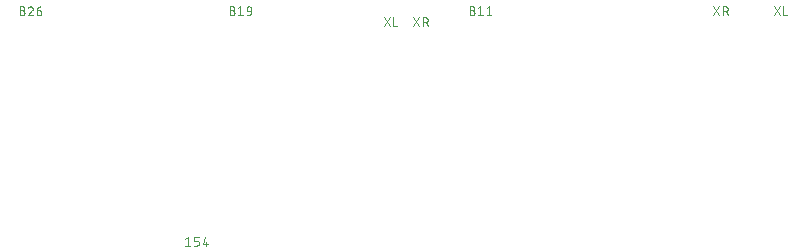
<source format=gbr>
G04 EAGLE Gerber RS-274X export*
G75*
%MOMM*%
%FSLAX34Y34*%
%LPD*%
%INSilkscreen Top*%
%IPPOS*%
%AMOC8*
5,1,8,0,0,1.08239X$1,22.5*%
G01*
%ADD10C,0.076200*%


D10*
X397219Y213833D02*
X399266Y213833D01*
X399355Y213831D01*
X399444Y213825D01*
X399533Y213815D01*
X399621Y213802D01*
X399709Y213785D01*
X399796Y213763D01*
X399881Y213738D01*
X399966Y213710D01*
X400049Y213677D01*
X400131Y213641D01*
X400211Y213602D01*
X400289Y213559D01*
X400365Y213513D01*
X400440Y213463D01*
X400512Y213410D01*
X400581Y213354D01*
X400648Y213295D01*
X400713Y213234D01*
X400774Y213169D01*
X400833Y213102D01*
X400889Y213033D01*
X400942Y212961D01*
X400992Y212886D01*
X401038Y212810D01*
X401081Y212732D01*
X401120Y212652D01*
X401156Y212570D01*
X401189Y212487D01*
X401217Y212402D01*
X401242Y212317D01*
X401264Y212230D01*
X401281Y212142D01*
X401294Y212054D01*
X401304Y211965D01*
X401310Y211876D01*
X401312Y211787D01*
X401310Y211698D01*
X401304Y211609D01*
X401294Y211520D01*
X401281Y211432D01*
X401264Y211344D01*
X401242Y211257D01*
X401217Y211172D01*
X401189Y211087D01*
X401156Y211004D01*
X401120Y210922D01*
X401081Y210842D01*
X401038Y210764D01*
X400992Y210688D01*
X400942Y210613D01*
X400889Y210541D01*
X400833Y210472D01*
X400774Y210405D01*
X400713Y210340D01*
X400648Y210279D01*
X400581Y210220D01*
X400512Y210164D01*
X400440Y210111D01*
X400365Y210061D01*
X400289Y210015D01*
X400211Y209972D01*
X400131Y209933D01*
X400049Y209897D01*
X399966Y209864D01*
X399881Y209836D01*
X399796Y209811D01*
X399709Y209789D01*
X399621Y209772D01*
X399533Y209759D01*
X399444Y209749D01*
X399355Y209743D01*
X399266Y209741D01*
X397219Y209741D01*
X397219Y217107D01*
X399266Y217107D01*
X399345Y217105D01*
X399424Y217099D01*
X399503Y217090D01*
X399581Y217077D01*
X399658Y217059D01*
X399734Y217039D01*
X399809Y217014D01*
X399883Y216986D01*
X399956Y216955D01*
X400027Y216919D01*
X400096Y216881D01*
X400163Y216839D01*
X400228Y216794D01*
X400291Y216746D01*
X400352Y216695D01*
X400409Y216641D01*
X400465Y216585D01*
X400517Y216526D01*
X400567Y216464D01*
X400613Y216400D01*
X400657Y216334D01*
X400697Y216266D01*
X400733Y216196D01*
X400767Y216124D01*
X400797Y216050D01*
X400823Y215976D01*
X400846Y215900D01*
X400864Y215823D01*
X400880Y215746D01*
X400891Y215667D01*
X400899Y215589D01*
X400903Y215510D01*
X400903Y215430D01*
X400899Y215351D01*
X400891Y215273D01*
X400880Y215194D01*
X400864Y215117D01*
X400846Y215040D01*
X400823Y214964D01*
X400797Y214890D01*
X400767Y214816D01*
X400733Y214744D01*
X400697Y214674D01*
X400657Y214606D01*
X400613Y214540D01*
X400567Y214476D01*
X400517Y214414D01*
X400465Y214355D01*
X400409Y214299D01*
X400352Y214245D01*
X400291Y214194D01*
X400228Y214146D01*
X400163Y214101D01*
X400096Y214059D01*
X400027Y214021D01*
X399956Y213985D01*
X399883Y213954D01*
X399809Y213926D01*
X399734Y213901D01*
X399658Y213881D01*
X399581Y213863D01*
X399503Y213850D01*
X399424Y213841D01*
X399345Y213835D01*
X399266Y213833D01*
X404173Y215470D02*
X406219Y217107D01*
X406219Y209741D01*
X404173Y209741D02*
X408265Y209741D01*
X411488Y215470D02*
X413534Y217107D01*
X413534Y209741D01*
X411488Y209741D02*
X415581Y209741D01*
X196066Y213833D02*
X194019Y213833D01*
X196066Y213833D02*
X196155Y213831D01*
X196244Y213825D01*
X196333Y213815D01*
X196421Y213802D01*
X196509Y213785D01*
X196596Y213763D01*
X196681Y213738D01*
X196766Y213710D01*
X196849Y213677D01*
X196931Y213641D01*
X197011Y213602D01*
X197089Y213559D01*
X197165Y213513D01*
X197240Y213463D01*
X197312Y213410D01*
X197381Y213354D01*
X197448Y213295D01*
X197513Y213234D01*
X197574Y213169D01*
X197633Y213102D01*
X197689Y213033D01*
X197742Y212961D01*
X197792Y212886D01*
X197838Y212810D01*
X197881Y212732D01*
X197920Y212652D01*
X197956Y212570D01*
X197989Y212487D01*
X198017Y212402D01*
X198042Y212317D01*
X198064Y212230D01*
X198081Y212142D01*
X198094Y212054D01*
X198104Y211965D01*
X198110Y211876D01*
X198112Y211787D01*
X198110Y211698D01*
X198104Y211609D01*
X198094Y211520D01*
X198081Y211432D01*
X198064Y211344D01*
X198042Y211257D01*
X198017Y211172D01*
X197989Y211087D01*
X197956Y211004D01*
X197920Y210922D01*
X197881Y210842D01*
X197838Y210764D01*
X197792Y210688D01*
X197742Y210613D01*
X197689Y210541D01*
X197633Y210472D01*
X197574Y210405D01*
X197513Y210340D01*
X197448Y210279D01*
X197381Y210220D01*
X197312Y210164D01*
X197240Y210111D01*
X197165Y210061D01*
X197089Y210015D01*
X197011Y209972D01*
X196931Y209933D01*
X196849Y209897D01*
X196766Y209864D01*
X196681Y209836D01*
X196596Y209811D01*
X196509Y209789D01*
X196421Y209772D01*
X196333Y209759D01*
X196244Y209749D01*
X196155Y209743D01*
X196066Y209741D01*
X194019Y209741D01*
X194019Y217107D01*
X196066Y217107D01*
X196145Y217105D01*
X196224Y217099D01*
X196303Y217090D01*
X196381Y217077D01*
X196458Y217059D01*
X196534Y217039D01*
X196609Y217014D01*
X196683Y216986D01*
X196756Y216955D01*
X196827Y216919D01*
X196896Y216881D01*
X196963Y216839D01*
X197028Y216794D01*
X197091Y216746D01*
X197152Y216695D01*
X197209Y216641D01*
X197265Y216585D01*
X197317Y216526D01*
X197367Y216464D01*
X197413Y216400D01*
X197457Y216334D01*
X197497Y216266D01*
X197533Y216196D01*
X197567Y216124D01*
X197597Y216050D01*
X197623Y215976D01*
X197646Y215900D01*
X197664Y215823D01*
X197680Y215746D01*
X197691Y215667D01*
X197699Y215589D01*
X197703Y215510D01*
X197703Y215430D01*
X197699Y215351D01*
X197691Y215273D01*
X197680Y215194D01*
X197664Y215117D01*
X197646Y215040D01*
X197623Y214964D01*
X197597Y214890D01*
X197567Y214816D01*
X197533Y214744D01*
X197497Y214674D01*
X197457Y214606D01*
X197413Y214540D01*
X197367Y214476D01*
X197317Y214414D01*
X197265Y214355D01*
X197209Y214299D01*
X197152Y214245D01*
X197091Y214194D01*
X197028Y214146D01*
X196963Y214101D01*
X196896Y214059D01*
X196827Y214021D01*
X196756Y213985D01*
X196683Y213954D01*
X196609Y213926D01*
X196534Y213901D01*
X196458Y213881D01*
X196381Y213863D01*
X196303Y213850D01*
X196224Y213841D01*
X196145Y213835D01*
X196066Y213833D01*
X200973Y215470D02*
X203019Y217107D01*
X203019Y209741D01*
X200973Y209741D02*
X205065Y209741D01*
X209925Y213014D02*
X212381Y213014D01*
X209925Y213014D02*
X209847Y213016D01*
X209769Y213021D01*
X209692Y213031D01*
X209615Y213044D01*
X209539Y213060D01*
X209464Y213080D01*
X209390Y213104D01*
X209317Y213131D01*
X209245Y213162D01*
X209175Y213196D01*
X209106Y213233D01*
X209040Y213274D01*
X208975Y213318D01*
X208913Y213364D01*
X208853Y213414D01*
X208795Y213466D01*
X208740Y213521D01*
X208688Y213579D01*
X208638Y213639D01*
X208592Y213701D01*
X208548Y213766D01*
X208507Y213833D01*
X208470Y213901D01*
X208436Y213971D01*
X208405Y214043D01*
X208378Y214116D01*
X208354Y214190D01*
X208334Y214265D01*
X208318Y214341D01*
X208305Y214418D01*
X208295Y214495D01*
X208290Y214573D01*
X208288Y214651D01*
X208288Y215060D01*
X208290Y215149D01*
X208296Y215238D01*
X208306Y215327D01*
X208319Y215415D01*
X208336Y215503D01*
X208358Y215590D01*
X208383Y215675D01*
X208411Y215760D01*
X208444Y215843D01*
X208480Y215925D01*
X208519Y216005D01*
X208562Y216083D01*
X208608Y216159D01*
X208658Y216234D01*
X208711Y216306D01*
X208767Y216375D01*
X208826Y216442D01*
X208887Y216507D01*
X208952Y216568D01*
X209019Y216627D01*
X209088Y216683D01*
X209160Y216736D01*
X209235Y216786D01*
X209311Y216832D01*
X209389Y216875D01*
X209469Y216914D01*
X209551Y216950D01*
X209634Y216983D01*
X209719Y217011D01*
X209804Y217036D01*
X209891Y217058D01*
X209979Y217075D01*
X210067Y217088D01*
X210156Y217098D01*
X210245Y217104D01*
X210334Y217106D01*
X210423Y217104D01*
X210512Y217098D01*
X210601Y217088D01*
X210689Y217075D01*
X210777Y217058D01*
X210864Y217036D01*
X210949Y217011D01*
X211034Y216983D01*
X211117Y216950D01*
X211199Y216914D01*
X211279Y216875D01*
X211357Y216832D01*
X211433Y216786D01*
X211508Y216736D01*
X211580Y216683D01*
X211649Y216627D01*
X211716Y216568D01*
X211781Y216507D01*
X211842Y216442D01*
X211901Y216375D01*
X211957Y216306D01*
X212010Y216234D01*
X212060Y216159D01*
X212106Y216083D01*
X212149Y216005D01*
X212188Y215925D01*
X212224Y215843D01*
X212257Y215760D01*
X212285Y215675D01*
X212310Y215590D01*
X212332Y215503D01*
X212349Y215415D01*
X212362Y215327D01*
X212372Y215238D01*
X212378Y215149D01*
X212380Y215060D01*
X212381Y215060D02*
X212381Y213014D01*
X212379Y212902D01*
X212373Y212791D01*
X212364Y212679D01*
X212351Y212568D01*
X212333Y212458D01*
X212313Y212348D01*
X212288Y212239D01*
X212260Y212131D01*
X212228Y212024D01*
X212192Y211918D01*
X212153Y211813D01*
X212110Y211710D01*
X212064Y211608D01*
X212014Y211508D01*
X211961Y211409D01*
X211904Y211313D01*
X211845Y211218D01*
X211782Y211126D01*
X211716Y211036D01*
X211647Y210948D01*
X211575Y210862D01*
X211500Y210779D01*
X211422Y210699D01*
X211342Y210621D01*
X211259Y210546D01*
X211173Y210474D01*
X211085Y210405D01*
X210995Y210339D01*
X210903Y210276D01*
X210808Y210217D01*
X210712Y210160D01*
X210613Y210107D01*
X210513Y210057D01*
X210411Y210011D01*
X210308Y209968D01*
X210203Y209929D01*
X210097Y209893D01*
X209990Y209861D01*
X209882Y209833D01*
X209773Y209808D01*
X209663Y209788D01*
X209553Y209770D01*
X209442Y209757D01*
X209330Y209748D01*
X209219Y209742D01*
X209107Y209740D01*
X18266Y213833D02*
X16219Y213833D01*
X18266Y213833D02*
X18355Y213831D01*
X18444Y213825D01*
X18533Y213815D01*
X18621Y213802D01*
X18709Y213785D01*
X18796Y213763D01*
X18881Y213738D01*
X18966Y213710D01*
X19049Y213677D01*
X19131Y213641D01*
X19211Y213602D01*
X19289Y213559D01*
X19365Y213513D01*
X19440Y213463D01*
X19512Y213410D01*
X19581Y213354D01*
X19648Y213295D01*
X19713Y213234D01*
X19774Y213169D01*
X19833Y213102D01*
X19889Y213033D01*
X19942Y212961D01*
X19992Y212886D01*
X20038Y212810D01*
X20081Y212732D01*
X20120Y212652D01*
X20156Y212570D01*
X20189Y212487D01*
X20217Y212402D01*
X20242Y212317D01*
X20264Y212230D01*
X20281Y212142D01*
X20294Y212054D01*
X20304Y211965D01*
X20310Y211876D01*
X20312Y211787D01*
X20310Y211698D01*
X20304Y211609D01*
X20294Y211520D01*
X20281Y211432D01*
X20264Y211344D01*
X20242Y211257D01*
X20217Y211172D01*
X20189Y211087D01*
X20156Y211004D01*
X20120Y210922D01*
X20081Y210842D01*
X20038Y210764D01*
X19992Y210688D01*
X19942Y210613D01*
X19889Y210541D01*
X19833Y210472D01*
X19774Y210405D01*
X19713Y210340D01*
X19648Y210279D01*
X19581Y210220D01*
X19512Y210164D01*
X19440Y210111D01*
X19365Y210061D01*
X19289Y210015D01*
X19211Y209972D01*
X19131Y209933D01*
X19049Y209897D01*
X18966Y209864D01*
X18881Y209836D01*
X18796Y209811D01*
X18709Y209789D01*
X18621Y209772D01*
X18533Y209759D01*
X18444Y209749D01*
X18355Y209743D01*
X18266Y209741D01*
X16219Y209741D01*
X16219Y217107D01*
X18266Y217107D01*
X18345Y217105D01*
X18424Y217099D01*
X18503Y217090D01*
X18581Y217077D01*
X18658Y217059D01*
X18734Y217039D01*
X18809Y217014D01*
X18883Y216986D01*
X18956Y216955D01*
X19027Y216919D01*
X19096Y216881D01*
X19163Y216839D01*
X19228Y216794D01*
X19291Y216746D01*
X19352Y216695D01*
X19409Y216641D01*
X19465Y216585D01*
X19517Y216526D01*
X19567Y216464D01*
X19613Y216400D01*
X19657Y216334D01*
X19697Y216266D01*
X19733Y216196D01*
X19767Y216124D01*
X19797Y216050D01*
X19823Y215976D01*
X19846Y215900D01*
X19864Y215823D01*
X19880Y215746D01*
X19891Y215667D01*
X19899Y215589D01*
X19903Y215510D01*
X19903Y215430D01*
X19899Y215351D01*
X19891Y215273D01*
X19880Y215194D01*
X19864Y215117D01*
X19846Y215040D01*
X19823Y214964D01*
X19797Y214890D01*
X19767Y214816D01*
X19733Y214744D01*
X19697Y214674D01*
X19657Y214606D01*
X19613Y214540D01*
X19567Y214476D01*
X19517Y214414D01*
X19465Y214355D01*
X19409Y214299D01*
X19352Y214245D01*
X19291Y214194D01*
X19228Y214146D01*
X19163Y214101D01*
X19096Y214059D01*
X19027Y214021D01*
X18956Y213985D01*
X18883Y213954D01*
X18809Y213926D01*
X18734Y213901D01*
X18658Y213881D01*
X18581Y213863D01*
X18503Y213850D01*
X18424Y213841D01*
X18345Y213835D01*
X18266Y213833D01*
X25424Y217107D02*
X25509Y217105D01*
X25594Y217099D01*
X25678Y217089D01*
X25762Y217076D01*
X25846Y217058D01*
X25928Y217037D01*
X26009Y217012D01*
X26089Y216983D01*
X26168Y216950D01*
X26245Y216914D01*
X26320Y216874D01*
X26394Y216831D01*
X26465Y216785D01*
X26534Y216735D01*
X26601Y216682D01*
X26665Y216626D01*
X26726Y216567D01*
X26785Y216506D01*
X26841Y216442D01*
X26894Y216375D01*
X26944Y216306D01*
X26990Y216235D01*
X27033Y216161D01*
X27073Y216086D01*
X27109Y216009D01*
X27142Y215930D01*
X27171Y215850D01*
X27196Y215769D01*
X27217Y215687D01*
X27235Y215603D01*
X27248Y215519D01*
X27258Y215435D01*
X27264Y215350D01*
X27266Y215265D01*
X25424Y217107D02*
X25328Y217105D01*
X25232Y217099D01*
X25137Y217089D01*
X25042Y217076D01*
X24947Y217058D01*
X24854Y217037D01*
X24761Y217012D01*
X24670Y216983D01*
X24579Y216951D01*
X24490Y216915D01*
X24403Y216875D01*
X24317Y216832D01*
X24233Y216786D01*
X24151Y216736D01*
X24071Y216682D01*
X23994Y216626D01*
X23919Y216566D01*
X23846Y216504D01*
X23776Y216438D01*
X23708Y216370D01*
X23643Y216299D01*
X23582Y216226D01*
X23523Y216150D01*
X23467Y216071D01*
X23415Y215991D01*
X23366Y215908D01*
X23320Y215824D01*
X23278Y215738D01*
X23240Y215650D01*
X23205Y215561D01*
X23173Y215470D01*
X26651Y213833D02*
X26711Y213892D01*
X26768Y213954D01*
X26823Y214018D01*
X26874Y214085D01*
X26923Y214154D01*
X26969Y214224D01*
X27012Y214297D01*
X27052Y214371D01*
X27088Y214447D01*
X27121Y214525D01*
X27151Y214604D01*
X27178Y214684D01*
X27201Y214765D01*
X27220Y214847D01*
X27236Y214929D01*
X27249Y215013D01*
X27258Y215097D01*
X27263Y215181D01*
X27265Y215265D01*
X26652Y213833D02*
X23173Y209741D01*
X27265Y209741D01*
X30488Y213833D02*
X32944Y213833D01*
X33022Y213831D01*
X33100Y213826D01*
X33177Y213816D01*
X33254Y213803D01*
X33330Y213787D01*
X33405Y213767D01*
X33479Y213743D01*
X33552Y213716D01*
X33624Y213685D01*
X33694Y213651D01*
X33763Y213614D01*
X33829Y213573D01*
X33894Y213529D01*
X33956Y213483D01*
X34016Y213433D01*
X34074Y213381D01*
X34129Y213326D01*
X34181Y213268D01*
X34231Y213208D01*
X34277Y213146D01*
X34321Y213081D01*
X34362Y213015D01*
X34399Y212946D01*
X34433Y212876D01*
X34464Y212804D01*
X34491Y212731D01*
X34515Y212657D01*
X34535Y212582D01*
X34551Y212506D01*
X34564Y212429D01*
X34574Y212352D01*
X34579Y212274D01*
X34581Y212196D01*
X34581Y211787D01*
X34580Y211787D02*
X34578Y211698D01*
X34572Y211609D01*
X34562Y211520D01*
X34549Y211432D01*
X34532Y211344D01*
X34510Y211257D01*
X34485Y211172D01*
X34457Y211087D01*
X34424Y211004D01*
X34388Y210922D01*
X34349Y210842D01*
X34306Y210764D01*
X34260Y210688D01*
X34210Y210613D01*
X34157Y210541D01*
X34101Y210472D01*
X34042Y210405D01*
X33981Y210340D01*
X33916Y210279D01*
X33849Y210220D01*
X33780Y210164D01*
X33708Y210111D01*
X33633Y210061D01*
X33557Y210015D01*
X33479Y209972D01*
X33399Y209933D01*
X33317Y209897D01*
X33234Y209864D01*
X33149Y209836D01*
X33064Y209811D01*
X32977Y209789D01*
X32889Y209772D01*
X32801Y209759D01*
X32712Y209749D01*
X32623Y209743D01*
X32534Y209741D01*
X32445Y209743D01*
X32356Y209749D01*
X32267Y209759D01*
X32179Y209772D01*
X32091Y209789D01*
X32004Y209811D01*
X31919Y209836D01*
X31834Y209864D01*
X31751Y209897D01*
X31669Y209933D01*
X31589Y209972D01*
X31511Y210015D01*
X31435Y210061D01*
X31360Y210111D01*
X31288Y210164D01*
X31219Y210220D01*
X31152Y210279D01*
X31087Y210340D01*
X31026Y210405D01*
X30967Y210472D01*
X30911Y210541D01*
X30858Y210613D01*
X30808Y210688D01*
X30762Y210764D01*
X30719Y210842D01*
X30680Y210922D01*
X30644Y211004D01*
X30611Y211087D01*
X30583Y211172D01*
X30558Y211257D01*
X30536Y211344D01*
X30519Y211432D01*
X30506Y211520D01*
X30496Y211609D01*
X30490Y211698D01*
X30488Y211787D01*
X30488Y213833D01*
X30490Y213947D01*
X30496Y214061D01*
X30506Y214175D01*
X30520Y214289D01*
X30538Y214402D01*
X30560Y214514D01*
X30585Y214625D01*
X30615Y214735D01*
X30648Y214845D01*
X30685Y214953D01*
X30726Y215059D01*
X30771Y215165D01*
X30819Y215268D01*
X30871Y215370D01*
X30927Y215470D01*
X30985Y215568D01*
X31048Y215664D01*
X31113Y215757D01*
X31182Y215849D01*
X31254Y215937D01*
X31329Y216024D01*
X31407Y216107D01*
X31488Y216188D01*
X31571Y216266D01*
X31658Y216341D01*
X31746Y216413D01*
X31838Y216482D01*
X31931Y216547D01*
X32027Y216609D01*
X32125Y216668D01*
X32225Y216724D01*
X32327Y216776D01*
X32430Y216824D01*
X32536Y216869D01*
X32642Y216910D01*
X32750Y216947D01*
X32860Y216980D01*
X32970Y217010D01*
X33081Y217035D01*
X33193Y217057D01*
X33306Y217075D01*
X33420Y217089D01*
X33534Y217099D01*
X33648Y217105D01*
X33762Y217107D01*
X158579Y22035D02*
X156532Y20398D01*
X158579Y22035D02*
X158579Y14669D01*
X160625Y14669D02*
X156532Y14669D01*
X163848Y14669D02*
X166303Y14669D01*
X166303Y14668D02*
X166381Y14670D01*
X166459Y14675D01*
X166536Y14685D01*
X166613Y14698D01*
X166689Y14714D01*
X166764Y14734D01*
X166838Y14758D01*
X166911Y14785D01*
X166983Y14816D01*
X167053Y14850D01*
X167122Y14887D01*
X167188Y14928D01*
X167253Y14972D01*
X167315Y15018D01*
X167375Y15068D01*
X167433Y15120D01*
X167488Y15175D01*
X167540Y15233D01*
X167590Y15293D01*
X167636Y15355D01*
X167680Y15420D01*
X167721Y15487D01*
X167758Y15555D01*
X167792Y15625D01*
X167823Y15697D01*
X167850Y15770D01*
X167874Y15844D01*
X167894Y15919D01*
X167910Y15995D01*
X167923Y16072D01*
X167933Y16149D01*
X167938Y16227D01*
X167940Y16305D01*
X167940Y17124D01*
X167938Y17202D01*
X167933Y17280D01*
X167923Y17357D01*
X167910Y17434D01*
X167894Y17510D01*
X167874Y17585D01*
X167850Y17659D01*
X167823Y17732D01*
X167792Y17804D01*
X167758Y17874D01*
X167721Y17943D01*
X167680Y18009D01*
X167636Y18074D01*
X167590Y18136D01*
X167540Y18196D01*
X167488Y18254D01*
X167433Y18309D01*
X167375Y18361D01*
X167315Y18411D01*
X167253Y18457D01*
X167188Y18501D01*
X167122Y18542D01*
X167053Y18579D01*
X166983Y18613D01*
X166911Y18644D01*
X166838Y18671D01*
X166764Y18695D01*
X166689Y18715D01*
X166613Y18731D01*
X166536Y18744D01*
X166459Y18754D01*
X166381Y18759D01*
X166303Y18761D01*
X163848Y18761D01*
X163848Y22035D01*
X167940Y22035D01*
X172800Y22035D02*
X171163Y16305D01*
X175255Y16305D01*
X174027Y14669D02*
X174027Y17942D01*
X654771Y209741D02*
X659682Y217107D01*
X654771Y217107D02*
X659682Y209741D01*
X662755Y209741D02*
X662755Y217107D01*
X662755Y209741D02*
X666029Y209741D01*
X608455Y217107D02*
X603544Y209741D01*
X608455Y209741D02*
X603544Y217107D01*
X611564Y217107D02*
X611564Y209741D01*
X611564Y217107D02*
X613610Y217107D01*
X613610Y217106D02*
X613699Y217104D01*
X613788Y217098D01*
X613877Y217088D01*
X613965Y217075D01*
X614053Y217058D01*
X614140Y217036D01*
X614225Y217011D01*
X614310Y216983D01*
X614393Y216950D01*
X614475Y216914D01*
X614555Y216875D01*
X614633Y216832D01*
X614709Y216786D01*
X614784Y216736D01*
X614856Y216683D01*
X614925Y216627D01*
X614992Y216568D01*
X615057Y216507D01*
X615118Y216442D01*
X615177Y216375D01*
X615233Y216306D01*
X615286Y216234D01*
X615336Y216159D01*
X615382Y216083D01*
X615425Y216005D01*
X615464Y215925D01*
X615500Y215843D01*
X615533Y215760D01*
X615561Y215675D01*
X615586Y215590D01*
X615608Y215503D01*
X615625Y215415D01*
X615638Y215327D01*
X615648Y215238D01*
X615654Y215149D01*
X615656Y215060D01*
X615654Y214971D01*
X615648Y214882D01*
X615638Y214793D01*
X615625Y214705D01*
X615608Y214617D01*
X615586Y214530D01*
X615561Y214445D01*
X615533Y214360D01*
X615500Y214277D01*
X615464Y214195D01*
X615425Y214115D01*
X615382Y214037D01*
X615336Y213961D01*
X615286Y213886D01*
X615233Y213814D01*
X615177Y213745D01*
X615118Y213678D01*
X615057Y213613D01*
X614992Y213552D01*
X614925Y213493D01*
X614856Y213437D01*
X614784Y213384D01*
X614709Y213334D01*
X614633Y213288D01*
X614555Y213245D01*
X614475Y213206D01*
X614393Y213170D01*
X614310Y213137D01*
X614225Y213109D01*
X614140Y213084D01*
X614053Y213062D01*
X613965Y213045D01*
X613877Y213032D01*
X613788Y213022D01*
X613699Y213016D01*
X613610Y213014D01*
X611564Y213014D01*
X614019Y213014D02*
X615656Y209741D01*
X354455Y207772D02*
X349544Y200406D01*
X354455Y200406D02*
X349544Y207772D01*
X357564Y207772D02*
X357564Y200406D01*
X357564Y207772D02*
X359610Y207772D01*
X359699Y207770D01*
X359788Y207764D01*
X359877Y207754D01*
X359965Y207741D01*
X360053Y207724D01*
X360140Y207702D01*
X360225Y207677D01*
X360310Y207649D01*
X360393Y207616D01*
X360475Y207580D01*
X360555Y207541D01*
X360633Y207498D01*
X360709Y207452D01*
X360784Y207402D01*
X360856Y207349D01*
X360925Y207293D01*
X360992Y207234D01*
X361057Y207173D01*
X361118Y207108D01*
X361177Y207041D01*
X361233Y206972D01*
X361286Y206900D01*
X361336Y206825D01*
X361382Y206749D01*
X361425Y206671D01*
X361464Y206591D01*
X361500Y206509D01*
X361533Y206426D01*
X361561Y206341D01*
X361586Y206256D01*
X361608Y206169D01*
X361625Y206081D01*
X361638Y205993D01*
X361648Y205904D01*
X361654Y205815D01*
X361656Y205726D01*
X361654Y205637D01*
X361648Y205548D01*
X361638Y205459D01*
X361625Y205371D01*
X361608Y205283D01*
X361586Y205196D01*
X361561Y205111D01*
X361533Y205026D01*
X361500Y204943D01*
X361464Y204861D01*
X361425Y204781D01*
X361382Y204703D01*
X361336Y204627D01*
X361286Y204552D01*
X361233Y204480D01*
X361177Y204411D01*
X361118Y204344D01*
X361057Y204279D01*
X360992Y204218D01*
X360925Y204159D01*
X360856Y204103D01*
X360784Y204050D01*
X360709Y204000D01*
X360633Y203954D01*
X360555Y203911D01*
X360475Y203872D01*
X360393Y203836D01*
X360310Y203803D01*
X360225Y203775D01*
X360140Y203750D01*
X360053Y203728D01*
X359965Y203711D01*
X359877Y203698D01*
X359788Y203688D01*
X359699Y203682D01*
X359610Y203680D01*
X357564Y203680D01*
X360019Y203680D02*
X361656Y200406D01*
X329482Y207772D02*
X324571Y200406D01*
X329482Y200406D02*
X324571Y207772D01*
X332555Y207772D02*
X332555Y200406D01*
X335829Y200406D01*
M02*

</source>
